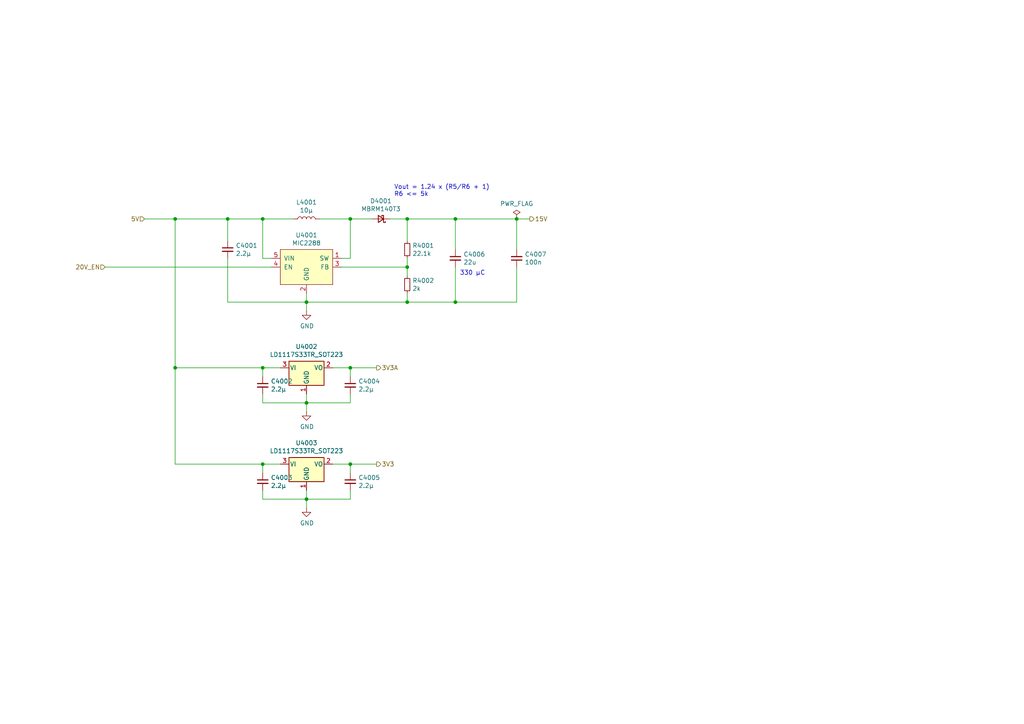
<source format=kicad_sch>
(kicad_sch (version 20250114) (generator "eeschema") (generator_version "9.0")
  (paper "A4")
  (title_block (title "Electromagnetic Fault Injector") (date "2019-10-29") (rev "0.1") (company "Ledger"))
  (lib_symbols
    (symbol "Device:C_Small" (pin_numbers (hide yes)) (pin_names (offset 0.254) (hide yes))
      (property "Reference" "C" (at 0.254 1.778 0))
      (property "Value" "C_Small" (at 0.254 -2.032 0))
      (symbol "C_Small_0_1"
        (polyline (pts (xy -1.524 0.508) (xy 1.524 0.508)) (stroke (width 0.3048)))
        (polyline (pts (xy -1.524 -0.508) (xy 1.524 -0.508)) (stroke (width 0.3302)))
      )
      (symbol "C_Small_1_1"
        (pin passive line (at 0 2.54 270) (length 2.032) (name "~") (number "1"))
        (pin passive line (at 0 -2.54 90) (length 2.032) (name "~") (number "2"))
      )
    )
    (symbol "Device:D_Schottky_Small" (pin_numbers (hide yes)) (pin_names (offset 0.254) (hide yes))
      (property "Reference" "D" (at -1.27 2.032 0))
      (property "Value" "D_Schottky_Small" (at -7.112 -2.032 0))
      (symbol "D_Schottky_Small_0_1"
        (polyline (pts (xy -1.27 0.762) (xy -1.27 1.016) (xy -0.762 1.016) (xy -0.762 -1.016) (xy -0.254 -1.016) (xy -0.254 -0.762)) (stroke (width 0.254)))
        (polyline (pts (xy -0.762 0) (xy 0.762 0)))
        (polyline (pts (xy 0.762 -1.016) (xy -0.762 0) (xy 0.762 1.016) (xy 0.762 -1.016)) (stroke (width 0.254)))
      )
      (symbol "D_Schottky_Small_1_1"
        (pin passive line (at -2.54 0 0) (length 1.778) (name "K") (number "1"))
        (pin passive line (at 2.54 0 180) (length 1.778) (name "A") (number "2"))
      )
    )
    (symbol "Device:L" (pin_numbers (hide yes)) (pin_names (offset 1.016) (hide yes))
      (property "Reference" "L" (at -1.27 0 90))
      (property "Value" "L" (at 1.905 0 90))
      (symbol "L_0_1"
        (arc (start 0 2.54) (mid 0.6323 1.905) (end 0 1.27))
        (arc (start 0 1.27) (mid 0.6323 0.635) (end 0 0))
        (arc (start 0 0) (mid 0.6323 -0.635) (end 0 -1.27))
        (arc (start 0 -1.27) (mid 0.6323 -1.905) (end 0 -2.54))
      )
      (symbol "L_1_1"
        (pin passive line (at 0 3.81 270) (length 1.27) (name "1") (number "1"))
        (pin passive line (at 0 -3.81 90) (length 1.27) (name "2") (number "2"))
      )
    )
    (symbol "Device:R_Small" (pin_numbers (hide yes)) (pin_names (offset 0.254) (hide yes))
      (property "Reference" "R" (at 0.762 0.508 0))
      (property "Value" "R_Small" (at 0.762 -1.016 0))
      (symbol "R_Small_0_1"
        (rectangle (start -0.762 1.778) (end 0.762 -1.778) (stroke (width 0.2032)))
      )
      (symbol "R_Small_1_1"
        (pin passive line (at 0 2.54 270) (length 0.762) (name "~") (number "1"))
        (pin passive line (at 0 -2.54 90) (length 0.762) (name "~") (number "2"))
      )
    )
    (symbol "Regulator_Linear:LD1117S33TR_SOT223" (pin_names (offset 0.254))
      (property "Reference" "U" (at -3.81 3.175 0))
      (property "Value" "LD1117S33TR_SOT223" (at 0 3.175 0))
      (symbol "LD1117S33TR_SOT223_0_1"
        (rectangle (start -5.08 -5.08) (end 5.08 1.905) (stroke (width 0.254)) (fill (type background)))
      )
      (symbol "LD1117S33TR_SOT223_1_1"
        (pin power_in line (at -7.62 0 0) (length 2.54) (name "VI") (number "3"))
        (pin power_in line (at 0 -7.62 90) (length 2.54) (name "GND") (number "1"))
        (pin power_out line (at 7.62 0 180) (length 2.54) (name "VO") (number "2"))
      )
    )
    (symbol "mylib:MIC2288" (pin_names (offset 1.016))
      (property "Reference" "U" (at 0 8.89 0))
      (property "Value" "mylib_MIC2288" (at 0 6.35 0))
      (symbol "MIC2288_0_1"
        (rectangle (start -7.62 5.08) (end 7.62 -5.08) (fill (type background)))
      )
      (symbol "MIC2288_1_1"
        (pin power_in line (at -10.16 2.54 0) (length 2.54) (name "VIN") (number "5"))
        (pin input line (at -10.16 0 0) (length 2.54) (name "EN") (number "4"))
        (pin power_in line (at 0 -7.62 90) (length 2.54) (name "GND") (number "2"))
        (pin power_out line (at 10.16 2.54 180) (length 2.54) (name "SW") (number "1"))
        (pin input line (at 10.16 0 180) (length 2.54) (name "FB") (number "3"))
      )
    )
    (symbol "power:GND" (power) (pin_names (offset 0))
      (property "Value" "GND" (at 0 -3.81 0))
      (symbol "GND_0_1"
        (polyline (pts (xy 0 0) (xy 0 -1.27) (xy 1.27 -1.27) (xy 0 -2.54) (xy -1.27 -1.27) (xy 0 -1.27)))
      )
      (symbol "GND_1_1"
        (pin power_in line (at 0 0 270) (length 0) (hide yes) (name "GND") (number "1"))
      )
    )
    (symbol "power:PWR_FLAG" (power) (pin_numbers (hide yes)) (pin_names (offset 0) (hide yes))
      (property "Value" "PWR_FLAG" (at 0 3.81 0))
      (symbol "PWR_FLAG_0_0"
        (pin power_out line (at 0 0 90) (length 0) (name "pwr") (number "1"))
      )
      (symbol "PWR_FLAG_0_1"
        (polyline (pts (xy 0 0) (xy 0 1.27) (xy -1.016 1.905) (xy 0 2.54) (xy 1.016 1.905) (xy 0 1.27)))
      )
    )
  )
  (text "330 µC" (at 133.35 80.01 0) (effects (font (size 1.27 1.27)) (justify left bottom)))
  (text "Vout = 1.24 x (R5/R6 + 1)\nR6 <= 5k" (at 114.3 57.15 0) (effects (font (size 1.27 1.27)) (justify left bottom)))
  (junction (at 101.6 63.5))
  (junction (at 50.8 63.5))
  (junction (at 66.04 63.5))
  (junction (at 118.11 63.5))
  (junction (at 101.6 106.68))
  (junction (at 149.86 63.5))
  (junction (at 101.6 134.62))
  (junction (at 50.8 106.68))
  (junction (at 76.2 106.68))
  (junction (at 76.2 63.5))
  (junction (at 88.9 116.84))
  (junction (at 118.11 87.63))
  (junction (at 132.08 63.5))
  (junction (at 88.9 87.63))
  (junction (at 132.08 87.63))
  (junction (at 76.2 134.62))
  (junction (at 118.11 77.47))
  (junction (at 88.9 144.78))
  (wire (pts (xy 118.11 85.09) (xy 118.11 87.63)))
  (wire (pts (xy 101.6 134.62) (xy 96.52 134.62)))
  (wire (pts (xy 118.11 63.5) (xy 113.03 63.5)))
  (wire (pts (xy 76.2 63.5) (xy 66.04 63.5)))
  (wire (pts (xy 132.08 63.5) (xy 118.11 63.5)))
  (wire (pts (xy 76.2 106.68) (xy 76.2 109.22)))
  (wire (pts (xy 66.04 87.63) (xy 66.04 74.93)))
  (wire (pts (xy 85.09 63.5) (xy 76.2 63.5)))
  (wire (pts (xy 118.11 87.63) (xy 88.9 87.63)))
  (wire (pts (xy 76.2 116.84) (xy 76.2 114.3)))
  (wire (pts (xy 101.6 109.22) (xy 101.6 106.68)))
  (wire (pts (xy 88.9 90.17) (xy 88.9 87.63)))
  (wire (pts (xy 153.67 63.5) (xy 149.86 63.5)))
  (wire (pts (xy 88.9 116.84) (xy 88.9 114.3)))
  (wire (pts (xy 88.9 116.84) (xy 76.2 116.84)))
  (wire (pts (xy 88.9 119.38) (xy 88.9 116.84)))
  (wire (pts (xy 132.08 72.39) (xy 132.08 63.5)))
  (wire (pts (xy 88.9 144.78) (xy 76.2 144.78)))
  (wire (pts (xy 78.74 74.93) (xy 76.2 74.93)))
  (wire (pts (xy 81.28 106.68) (xy 76.2 106.68)))
  (wire (pts (xy 101.6 74.93) (xy 101.6 63.5)))
  (wire (pts (xy 101.6 144.78) (xy 101.6 142.24)))
  (wire (pts (xy 101.6 144.78) (xy 88.9 144.78)))
  (wire (pts (xy 88.9 144.78) (xy 88.9 142.24)))
  (wire (pts (xy 50.8 106.68) (xy 76.2 106.68)))
  (wire (pts (xy 76.2 134.62) (xy 76.2 137.16)))
  (wire (pts (xy 66.04 69.85) (xy 66.04 63.5)))
  (wire (pts (xy 118.11 63.5) (xy 118.11 69.85)))
  (wire (pts (xy 149.86 87.63) (xy 132.08 87.63)))
  (wire (pts (xy 30.48 77.47) (xy 78.74 77.47)))
  (wire (pts (xy 118.11 77.47) (xy 118.11 80.01)))
  (wire (pts (xy 76.2 144.78) (xy 76.2 142.24)))
  (wire (pts (xy 132.08 77.47) (xy 132.08 87.63)))
  (wire (pts (xy 76.2 74.93) (xy 76.2 63.5)))
  (wire (pts (xy 50.8 134.62) (xy 76.2 134.62)))
  (wire (pts (xy 118.11 74.93) (xy 118.11 77.47)))
  (wire (pts (xy 118.11 77.47) (xy 99.06 77.47)))
  (wire (pts (xy 132.08 87.63) (xy 118.11 87.63)))
  (wire (pts (xy 101.6 106.68) (xy 96.52 106.68)))
  (wire (pts (xy 149.86 77.47) (xy 149.86 87.63)))
  (wire (pts (xy 101.6 116.84) (xy 88.9 116.84)))
  (wire (pts (xy 149.86 72.39) (xy 149.86 63.5)))
  (wire (pts (xy 50.8 63.5) (xy 50.8 106.68)))
  (wire (pts (xy 101.6 74.93) (xy 99.06 74.93)))
  (wire (pts (xy 101.6 116.84) (xy 101.6 114.3)))
  (wire (pts (xy 88.9 87.63) (xy 66.04 87.63)))
  (wire (pts (xy 101.6 63.5) (xy 107.95 63.5)))
  (wire (pts (xy 50.8 106.68) (xy 50.8 134.62)))
  (wire (pts (xy 101.6 137.16) (xy 101.6 134.62)))
  (wire (pts (xy 149.86 63.5) (xy 132.08 63.5)))
  (wire (pts (xy 109.22 106.68) (xy 101.6 106.68)))
  (wire (pts (xy 50.8 63.5) (xy 66.04 63.5)))
  (wire (pts (xy 109.22 134.62) (xy 101.6 134.62)))
  (wire (pts (xy 81.28 134.62) (xy 76.2 134.62)))
  (wire (pts (xy 88.9 147.32) (xy 88.9 144.78)))
  (wire (pts (xy 92.71 63.5) (xy 101.6 63.5)))
  (wire (pts (xy 50.8 63.5) (xy 41.91 63.5)))
  (wire (pts (xy 88.9 87.63) (xy 88.9 85.09)))
  (hierarchical_label "5V" (shape input) (at 41.91 63.5 180))
  (hierarchical_label "3V3A" (shape output) (at 109.22 106.68 0))
  (hierarchical_label "15V" (shape output) (at 153.67 63.5 0))
  (hierarchical_label "20V_EN" (shape input) (at 30.48 77.47 180))
  (hierarchical_label "3V3" (shape output) (at 109.22 134.62 0))
  (symbol (lib_id "power:GND") (at 88.9 147.32 0) (unit 1)
    (property "Reference" "#PWR04003" (effects (hide yes)))
    (property "Value" "GND" (at 89.027 151.7142 0))
  )
  (symbol (lib_id "Device:C_Small") (at 101.6 139.7 0) (unit 1)
    (property "Reference" "C4005" (at 103.9368 138.5316 0) (effects (justify left)))
    (property "Value" "2.2µ" (at 103.9368 140.843 0) (effects (justify left)))
    (property "Footprint" "Capacitor_SMD:C_0603_1608Metric" (effects (hide yes)))
    (property "Manufacturer" "Murata" (effects (hide yes)))
    (property "ManufacturerRef" "GRM188R61E225KA12D" (effects (hide yes)))
    (property "Price" "0.154" (effects (hide yes)))
    (property "Vendor" "Farnell" (effects (hide yes)))
    (property "VendorRef" "1845734" (effects (hide yes)))
    (property "Voltage" "25" (effects (hide yes)))
  )
  (symbol (lib_id "Device:C_Small") (at 76.2 139.7 0) (unit 1)
    (property "Reference" "C4003" (at 78.5368 138.5316 0) (effects (justify left)))
    (property "Value" "2.2µ" (at 78.5368 140.843 0) (effects (justify left)))
    (property "Footprint" "Capacitor_SMD:C_0603_1608Metric" (effects (hide yes)))
    (property "Manufacturer" "Murata" (effects (hide yes)))
    (property "ManufacturerRef" "GRM188R61E225KA12D" (effects (hide yes)))
    (property "Price" "0.154" (effects (hide yes)))
    (property "Vendor" "Farnell" (effects (hide yes)))
    (property "VendorRef" "1845734" (effects (hide yes)))
    (property "Voltage" "25" (effects (hide yes)))
  )
  (symbol (lib_id "power:GND") (at 88.9 119.38 0) (unit 1)
    (property "Reference" "#PWR04002" (effects (hide yes)))
    (property "Value" "GND" (at 89.027 123.7742 0))
  )
  (symbol (lib_id "Device:C_Small") (at 101.6 111.76 0) (unit 1)
    (property "Reference" "C4004" (at 103.9368 110.5916 0) (effects (justify left)))
    (property "Value" "2.2µ" (at 103.9368 112.903 0) (effects (justify left)))
    (property "Footprint" "Capacitor_SMD:C_0603_1608Metric" (effects (hide yes)))
    (property "Manufacturer" "Murata" (effects (hide yes)))
    (property "ManufacturerRef" "GRM188R61E225KA12D" (effects (hide yes)))
    (property "Price" "0.154" (effects (hide yes)))
    (property "Vendor" "Farnell" (effects (hide yes)))
    (property "VendorRef" "1845734" (effects (hide yes)))
    (property "Voltage" "25" (effects (hide yes)))
  )
  (symbol (lib_id "Device:C_Small") (at 76.2 111.76 0) (unit 1)
    (property "Reference" "C4002" (at 78.5368 110.5916 0) (effects (justify left)))
    (property "Value" "2.2µ" (at 78.5368 112.903 0) (effects (justify left)))
    (property "Footprint" "Capacitor_SMD:C_0603_1608Metric" (effects (hide yes)))
    (property "Manufacturer" "Murata" (effects (hide yes)))
    (property "ManufacturerRef" "GRM188R61E225KA12D" (effects (hide yes)))
    (property "Price" "0.154" (effects (hide yes)))
    (property "Vendor" "Farnell" (effects (hide yes)))
    (property "VendorRef" "1845734" (effects (hide yes)))
    (property "Voltage" "25" (effects (hide yes)))
  )
  (symbol (lib_id "mylib:MIC2288") (at 88.9 77.47 0) (unit 1)
    (property "Reference" "U4001" (at 88.9 68.199 0))
    (property "Value" "MIC2288" (at 88.9 70.5104 0))
    (property "Footprint" "Package_TO_SOT_SMD:SOT-23-5" (effects (hide yes)))
    (property "Datasheet" "http://ww1.microchip.com/downloads/en/DeviceDoc/MIC2288-1A-1-point-2MHz-PWM-Boost-Converter-DS20006034B.pdf" (effects (hide yes)))
    (property "Manufacturer" "On Semiconductor" (effects (hide yes)))
    (property "ManufacturerRef" "MBRM140T3G" (effects (hide yes)))
    (property "Vendor" "Farnell" (effects (hide yes)))
    (property "VendorRef" "1459068" (effects (hide yes)))
    (property "Price" "0.329" (effects (hide yes)))
  )
  (symbol (lib_id "power:GND") (at 88.9 90.17 0) (unit 1)
    (property "Reference" "#PWR04001" (effects (hide yes)))
    (property "Value" "GND" (at 89.027 94.5642 0))
  )
  (symbol (lib_id "Device:L") (at 88.9 63.5 90) (unit 1)
    (property "Reference" "L4001" (at 88.9 58.674 90))
    (property "Value" "10µ" (at 88.9 60.9854 90))
    (property "Footprint" "Inductor_SMD:L_1812_4532Metric" (effects (hide yes)))
    (property "Datasheet" "https://psearch.en.murata.com/inductor/product/LQH43CN100K03%23.pdf" (effects (hide yes)))
    (property "Manufacturer" "Murata" (effects (hide yes)))
    (property "ManufacturerRef" "LQH43CN100K03L" (effects (hide yes)))
    (property "Vendor" "Farnell" (effects (hide yes)))
    (property "VendorRef" "1515459" (effects (hide yes)))
    (property "Price" "0.543" (effects (hide yes)))
  )
  (symbol (lib_id "Device:R_Small") (at 118.11 72.39 0) (unit 1)
    (property "Reference" "R4001" (at 119.6086 71.2216 0) (effects (justify left)))
    (property "Value" "22.1k" (at 119.6086 73.533 0) (effects (justify left)))
    (property "Footprint" "Resistor_SMD:R_0603_1608Metric" (effects (hide yes)))
    (property "Manufacturer" "Multicomp" (effects (hide yes)))
    (property "ManufacturerRef" "MCWR06X2212FTL" (effects (hide yes)))
    (property "Price" "0.0038" (effects (hide yes)))
    (property "Vendor" "Farnell" (effects (hide yes)))
    (property "VendorRef" "2694776" (effects (hide yes)))
  )
  (symbol (lib_id "Device:R_Small") (at 118.11 82.55 0) (unit 1)
    (property "Reference" "R4002" (at 119.6086 81.3816 0) (effects (justify left)))
    (property "Value" "2k" (at 119.6086 83.693 0) (effects (justify left)))
    (property "Footprint" "Resistor_SMD:R_0603_1608Metric" (effects (hide yes)))
    (property "Manufacturer" "Multicomp" (effects (hide yes)))
    (property "ManufacturerRef" "MCWR06X2001FTL" (effects (hide yes)))
    (property "Price" "0.0038" (effects (hide yes)))
    (property "Vendor" "Farnell" (effects (hide yes)))
    (property "VendorRef" "2447319" (effects (hide yes)))
  )
  (symbol (lib_id "Device:D_Schottky_Small") (at 110.49 63.5 180) (unit 1)
    (property "Reference" "D4001" (at 110.49 58.293 0))
    (property "Value" "MBRM140T3" (at 110.49 60.6044 0))
    (property "Footprint" "Diode_SMD:D_Powermite_AK" (effects (hide yes)))
    (property "Manufacturer" "On Semiconductor" (effects (hide yes)))
    (property "ManufacturerRef" "MBRM140T3" (effects (hide yes)))
    (property "Vendor" "Farnell" (effects (hide yes)))
    (property "VendorRef" "1459068" (effects (hide yes)))
    (property "Price" "0.329" (effects (hide yes)))
  )
  (symbol (lib_id "Device:C_Small") (at 66.04 72.39 0) (unit 1)
    (property "Reference" "C4001" (at 68.3768 71.2216 0) (effects (justify left)))
    (property "Value" "2.2µ" (at 68.3768 73.533 0) (effects (justify left)))
    (property "Footprint" "Capacitor_SMD:C_0603_1608Metric" (effects (hide yes)))
    (property "Manufacturer" "Murata" (effects (hide yes)))
    (property "ManufacturerRef" "GRM188R61E225KA12D" (effects (hide yes)))
    (property "Price" "0.154" (effects (hide yes)))
    (property "Vendor" "Farnell" (effects (hide yes)))
    (property "VendorRef" "1845734" (effects (hide yes)))
    (property "Voltage" "25" (effects (hide yes)))
  )
  (symbol (lib_id "Device:C_Small") (at 132.08 74.93 0) (unit 1)
    (property "Reference" "C4006" (at 134.4168 73.7616 0) (effects (justify left)))
    (property "Value" "22u" (at 134.4168 76.073 0) (effects (justify left)))
    (property "Footprint" "Capacitor_SMD:C_0805_2012Metric" (effects (hide yes)))
    (property "Voltage" "25" (effects (hide yes)))
    (property "Manufacturer" "Murata" (effects (hide yes)))
    (property "ManufacturerRef" "GRM21BR61E226ME44L" (effects (hide yes)))
    (property "Vendor" "Farnell" (effects (hide yes)))
    (property "VendorRef" "1907510" (effects (hide yes)))
    (property "Price" "0.436" (effects (hide yes)))
  )
  (symbol (lib_id "Device:C_Small") (at 149.86 74.93 180) (unit 1)
    (property "Reference" "C4007" (at 152.1968 73.7616 0) (effects (justify right)))
    (property "Value" "100n" (at 152.1968 76.073 0) (effects (justify right)))
    (property "Footprint" "Capacitor_SMD:C_0603_1608Metric" (effects (hide yes)))
    (property "Manufacturer" "Multicomp" (effects (hide yes)))
    (property "Vendor" "Farnell" (effects (hide yes)))
    (property "ManufacturerRef" "MC0603B104K250CT" (effects (hide yes)))
    (property "VendorRef" "1759037" (effects (hide yes)))
    (property "Price" "0.0477" (effects (hide yes)))
    (property "Voltage" "25" (effects (hide yes)))
  )
  (symbol (lib_id "Regulator_Linear:LD1117S33TR_SOT223") (at 88.9 106.68 0) (unit 1)
    (property "Reference" "U4002" (at 88.9 100.5332 0))
    (property "Value" "LD1117S33TR_SOT223" (at 88.9 102.8446 0))
    (property "Footprint" "Package_TO_SOT_SMD:SOT-223-3_TabPin2" (effects (hide yes)))
    (property "Datasheet" "http://www.st.com/st-web-ui/static/active/en/resource/technical/document/datasheet/CD00000544.pdf" (effects (hide yes)))
    (property "Manufacturer" "STMicroelectronics" (effects (hide yes)))
    (property "ManufacturerRef" "LD1117S33TR" (effects (hide yes)))
    (property "Vendor" "Farnell" (effects (hide yes)))
    (property "VendorRef" "1202826" (effects (hide yes)))
    (property "Price" "0.368" (effects (hide yes)))
  )
  (symbol (lib_id "Regulator_Linear:LD1117S33TR_SOT223") (at 88.9 134.62 0) (unit 1)
    (property "Reference" "U4003" (at 88.9 128.4732 0))
    (property "Value" "LD1117S33TR_SOT223" (at 88.9 130.7846 0))
    (property "Footprint" "Package_TO_SOT_SMD:SOT-223-3_TabPin2" (effects (hide yes)))
    (property "Datasheet" "http://www.st.com/st-web-ui/static/active/en/resource/technical/document/datasheet/CD00000544.pdf" (effects (hide yes)))
    (property "Manufacturer" "STMicroelectronics" (effects (hide yes)))
    (property "ManufacturerRef" "LD1117S33TR" (effects (hide yes)))
    (property "Vendor" "Farnell" (effects (hide yes)))
    (property "VendorRef" "1202826" (effects (hide yes)))
    (property "Price" "0.368" (effects (hide yes)))
  )
  (symbol (lib_id "power:PWR_FLAG") (at 149.86 63.5 0) (unit 1)
    (property "Reference" "#FLG04001" (effects (hide yes)))
    (property "Value" "PWR_FLAG" (at 149.86 59.0804 0))
  )
)
</source>
